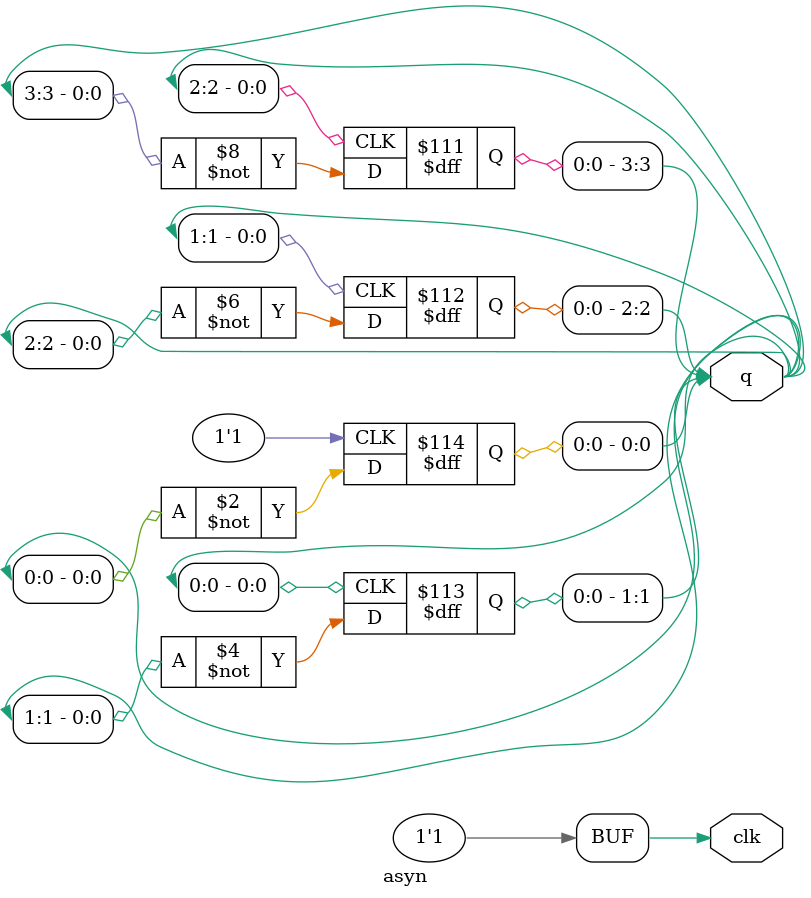
<source format=v>
`timescale 1ns / 1ps


module asyn(
output reg clk,
output reg[3:0]q
    );
    initial
    begin
    repeat(100)
     begin
        clk=0;#30
        clk=~clk;#20;
     end
    end
    initial
    begin
        q=4'b0000;
    end
    always@(negedge clk)
        q[0]<=~q[0];
    always@(negedge q[0])
        q[1]<=~q[1];
    always@(negedge q[1])
        q[2]<=~q[2];
    always@(negedge q[2])
        q[3]<=~q[3];                
    
endmodule

</source>
